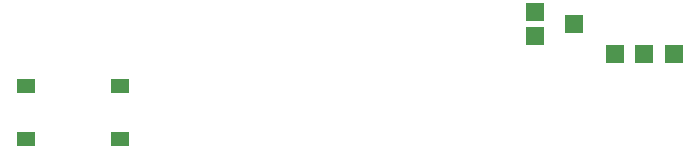
<source format=gtp>
%TF.GenerationSoftware,KiCad,Pcbnew,(5.1.6)-1*%
%TF.CreationDate,2022-10-31T22:29:44+09:00*%
%TF.ProjectId,watch,77617463-682e-46b6-9963-61645f706362,rev?*%
%TF.SameCoordinates,Original*%
%TF.FileFunction,Paste,Top*%
%TF.FilePolarity,Positive*%
%FSLAX46Y46*%
G04 Gerber Fmt 4.6, Leading zero omitted, Abs format (unit mm)*
G04 Created by KiCad (PCBNEW (5.1.6)-1) date 2022-10-31 22:29:44*
%MOMM*%
%LPD*%
G01*
G04 APERTURE LIST*
%ADD10R,1.500000X1.500000*%
%ADD11R,1.550000X1.300000*%
G04 APERTURE END LIST*
D10*
%TO.C,U1*%
X75930000Y-58826000D03*
X79230000Y-57826000D03*
X85230000Y-60326000D03*
X82730000Y-60326000D03*
X75930000Y-56826000D03*
X87730000Y-60326000D03*
%TD*%
D11*
%TO.C,SW1*%
X40805000Y-67528000D03*
X40805000Y-63028000D03*
X32855000Y-63028000D03*
X32855000Y-67528000D03*
%TD*%
M02*

</source>
